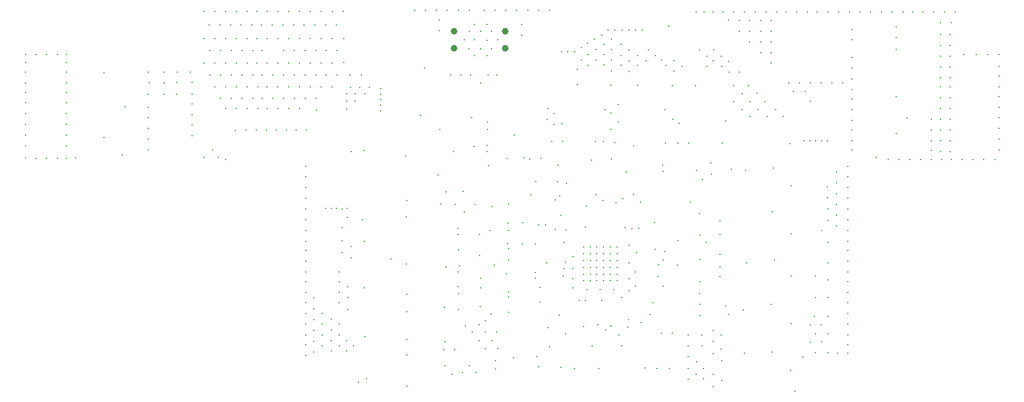
<source format=gbr>
%TF.GenerationSoftware,KiCad,Pcbnew,8.0.2*%
%TF.CreationDate,2025-02-09T16:12:07+01:00*%
%TF.ProjectId,FT25_AMS_Slave_fr,46543235-5f41-44d5-935f-536c6176655f,rev?*%
%TF.SameCoordinates,Original*%
%TF.FileFunction,Plated,1,4,PTH,Drill*%
%TF.FilePolarity,Positive*%
%FSLAX46Y46*%
G04 Gerber Fmt 4.6, Leading zero omitted, Abs format (unit mm)*
G04 Created by KiCad (PCBNEW 8.0.2) date 2025-02-09 16:12:07*
%MOMM*%
%LPD*%
G01*
G04 APERTURE LIST*
%TA.AperFunction,ViaDrill*%
%ADD10C,0.300000*%
%TD*%
%TA.AperFunction,ComponentDrill*%
%ADD11C,0.300000*%
%TD*%
%TA.AperFunction,ComponentDrill*%
%ADD12C,1.000000*%
%TD*%
G04 APERTURE END LIST*
D10*
X65250000Y-96200000D03*
X65300000Y-82600000D03*
X65300000Y-83750000D03*
X65300000Y-85200000D03*
X65300000Y-86800000D03*
X65300000Y-88200000D03*
X65300000Y-89800000D03*
X65300000Y-91400000D03*
X65300000Y-93000000D03*
X65300000Y-94600000D03*
X65300000Y-98000000D03*
X66800000Y-82550000D03*
X66800000Y-98050000D03*
X68400000Y-82600000D03*
X68400000Y-98050000D03*
X70000000Y-98050000D03*
X70050000Y-82550000D03*
X71350000Y-82600000D03*
X71400000Y-83750000D03*
X71400000Y-85200000D03*
X71400000Y-86800000D03*
X71400000Y-88200000D03*
X71400000Y-89800000D03*
X71400000Y-91400000D03*
X71400000Y-93000000D03*
X71400000Y-94600000D03*
X71400000Y-96200000D03*
X71400000Y-98050000D03*
X72750000Y-98000000D03*
X77000000Y-85300000D03*
X77000000Y-94900000D03*
X79700000Y-97575000D03*
X80125000Y-90375000D03*
X83600000Y-85200000D03*
X83600000Y-88500000D03*
X83600000Y-90400000D03*
X83600000Y-92000000D03*
X83600000Y-93600000D03*
X83600000Y-95200000D03*
X83600000Y-96800000D03*
X83700000Y-86800000D03*
X85900000Y-85200000D03*
X85900000Y-86800000D03*
X85900000Y-88500000D03*
X87800000Y-86700000D03*
X87800000Y-88500000D03*
X87900000Y-85200000D03*
X89800000Y-85200000D03*
X90100000Y-86700000D03*
X90100000Y-88500000D03*
X90100000Y-89900000D03*
X90100000Y-91500000D03*
X90100000Y-93100000D03*
X90100000Y-94700000D03*
X91900000Y-76100000D03*
X91900000Y-80200000D03*
X91900000Y-83800000D03*
X91900000Y-97900000D03*
X92600000Y-78200000D03*
X92700000Y-82000000D03*
X92700000Y-85600000D03*
X93100000Y-96800000D03*
X93500000Y-76100000D03*
X93500000Y-80200000D03*
X93500000Y-83800000D03*
X93500000Y-87400000D03*
X94000000Y-97900000D03*
X94200000Y-78200000D03*
X94300000Y-82000000D03*
X94300000Y-85600000D03*
X94300000Y-89100000D03*
X95100000Y-76100000D03*
X95100000Y-80200000D03*
X95100000Y-83800000D03*
X95100000Y-87400000D03*
X95100000Y-90600000D03*
X95100000Y-98200000D03*
X95800000Y-78200000D03*
X95900000Y-82000000D03*
X95900000Y-85600000D03*
X95900000Y-89100000D03*
X96550000Y-93900000D03*
X96700000Y-76100000D03*
X96700000Y-80200000D03*
X96700000Y-83800000D03*
X96700000Y-87400000D03*
X96700000Y-90600000D03*
X97400000Y-78200000D03*
X97500000Y-82000000D03*
X97500000Y-85600000D03*
X97500000Y-89100000D03*
X98100000Y-93850000D03*
X98300000Y-76100000D03*
X98300000Y-80200000D03*
X98300000Y-83800000D03*
X98300000Y-87400000D03*
X98300000Y-90600000D03*
X99000000Y-78200000D03*
X99100000Y-82000000D03*
X99100000Y-85600000D03*
X99100000Y-89100000D03*
X99650000Y-93850000D03*
X99700000Y-76100000D03*
X99700000Y-80200000D03*
X99700000Y-83800000D03*
X99900000Y-87400000D03*
X99900000Y-90600000D03*
X100400000Y-78200000D03*
X100500000Y-82000000D03*
X100500000Y-85600000D03*
X100500000Y-89100000D03*
X101150000Y-93850000D03*
X101300000Y-76100000D03*
X101300000Y-80200000D03*
X101300000Y-83800000D03*
X101300000Y-87400000D03*
X101300000Y-90600000D03*
X102000000Y-78200000D03*
X102100000Y-85600000D03*
X102100000Y-89100000D03*
X102600000Y-93800000D03*
X102900000Y-76100000D03*
X102900000Y-80200000D03*
X102900000Y-83800000D03*
X102900000Y-87400000D03*
X102900000Y-90600000D03*
X103600000Y-78200000D03*
X103700000Y-82000000D03*
X103700000Y-85600000D03*
X103700000Y-89100000D03*
X104150000Y-93800000D03*
X104500000Y-76100000D03*
X104500000Y-80200000D03*
X104500000Y-83800000D03*
X104500000Y-87400000D03*
X104500000Y-90600000D03*
X105200000Y-78200000D03*
X105300000Y-82000000D03*
X105300000Y-85600000D03*
X105300000Y-89100000D03*
X105600000Y-93850000D03*
X106100000Y-76100000D03*
X106100000Y-80200000D03*
X106100000Y-83800000D03*
X106100000Y-87400000D03*
X106100000Y-90600000D03*
X106800000Y-78200000D03*
X106900000Y-82000000D03*
X106900000Y-85600000D03*
X106900000Y-89100000D03*
X107000000Y-99200000D03*
X107000000Y-100800000D03*
X107000000Y-102400000D03*
X107000000Y-104000000D03*
X107000000Y-105600000D03*
X107000000Y-107200000D03*
X107000000Y-108800000D03*
X107000000Y-110400000D03*
X107000000Y-111800000D03*
X107000000Y-113400000D03*
X107000000Y-115000000D03*
X107000000Y-116400000D03*
X107000000Y-118000000D03*
X107000000Y-119600000D03*
X107000000Y-121200000D03*
X107000000Y-122800000D03*
X107000000Y-124400000D03*
X107000000Y-125800000D03*
X107000000Y-127400000D03*
X107100000Y-93850000D03*
X107700000Y-76100000D03*
X107700000Y-80200000D03*
X107700000Y-83800000D03*
X107700000Y-87400000D03*
X108200000Y-118900000D03*
X108200000Y-120500000D03*
X108200000Y-122100000D03*
X108200000Y-123700000D03*
X108200000Y-125300000D03*
X108200000Y-126900000D03*
X108400000Y-78200000D03*
X108500000Y-82000000D03*
X108500000Y-85600000D03*
X108500000Y-89100000D03*
X108650000Y-90900000D03*
X109300000Y-76100000D03*
X109300000Y-80200000D03*
X109300000Y-83800000D03*
X109300000Y-87400000D03*
X109500000Y-121200000D03*
X109500000Y-122800000D03*
X109500000Y-124400000D03*
X109500000Y-126000000D03*
X110000000Y-78200000D03*
X110000000Y-105500000D03*
X110100000Y-82000000D03*
X110100000Y-85600000D03*
X110800000Y-105500000D03*
X110800000Y-122000000D03*
X110800000Y-123600000D03*
X110800000Y-125200000D03*
X110800000Y-126800000D03*
X110900000Y-80200000D03*
X110900000Y-83800000D03*
X110900000Y-87400000D03*
X111000000Y-76100000D03*
X111600000Y-78200000D03*
X111600000Y-105500000D03*
X111700000Y-82000000D03*
X111700000Y-85600000D03*
X112000000Y-115000000D03*
X112000000Y-116400000D03*
X112000000Y-118000000D03*
X112000000Y-119600000D03*
X112000000Y-122800000D03*
X112000000Y-124400000D03*
X112000000Y-126000000D03*
X112398231Y-105553215D03*
X112400000Y-108400000D03*
X112400000Y-110300000D03*
X112400000Y-112100000D03*
X112600000Y-76100000D03*
X112650000Y-80200000D03*
X112700000Y-83750000D03*
X113100000Y-88400000D03*
X113100000Y-89500000D03*
X113100000Y-90700000D03*
X113100000Y-125200000D03*
X113100000Y-126800000D03*
X113200000Y-105500000D03*
X113200000Y-106900000D03*
X113300000Y-117200000D03*
X113300000Y-118800000D03*
X113300000Y-120600000D03*
X113600000Y-85600000D03*
X113700000Y-87500000D03*
X113800000Y-97000000D03*
X113800000Y-111200000D03*
X113800000Y-112900000D03*
X114100000Y-126000000D03*
X114400000Y-88400000D03*
X114400000Y-89500000D03*
X114900000Y-131400000D03*
X115100000Y-87500000D03*
X115350000Y-85600000D03*
X115500000Y-107200000D03*
X115700000Y-96900000D03*
X115700000Y-110400000D03*
X115700000Y-117400000D03*
X115800000Y-88400000D03*
X115800000Y-124600000D03*
X116100000Y-130900000D03*
X116500000Y-87475000D03*
X118150000Y-88449997D03*
X118150002Y-87649994D03*
X118150008Y-89286922D03*
X118200000Y-90950000D03*
X118200002Y-90136399D03*
X119750000Y-113050000D03*
X121950000Y-97750000D03*
X122000000Y-106800000D03*
X122005648Y-113775000D03*
X122062500Y-104337500D03*
X122093750Y-131993750D03*
X122100000Y-118300000D03*
X122100000Y-120887499D03*
X122100000Y-127387500D03*
X122125000Y-125075000D03*
X123300000Y-76000000D03*
X124100000Y-91600000D03*
X124675000Y-84575000D03*
X124900000Y-76000000D03*
X126500000Y-76000000D03*
X126750000Y-100550000D03*
X126900000Y-77400000D03*
X126900000Y-79000000D03*
X127000000Y-93700000D03*
X127200000Y-104850000D03*
X127600000Y-126600000D03*
X127700000Y-120200000D03*
X127800000Y-125400000D03*
X127800000Y-129000000D03*
X127900000Y-103050000D03*
X127937500Y-114237500D03*
X128100000Y-76000000D03*
X128600000Y-85600000D03*
X128800000Y-130200000D03*
X129000000Y-97000000D03*
X129200000Y-126600000D03*
X129300000Y-104900000D03*
X129700000Y-108500000D03*
X129700000Y-115025000D03*
X129700000Y-117200000D03*
X129719277Y-109375000D03*
X129750000Y-120600000D03*
X129800000Y-76000000D03*
X129800000Y-111725000D03*
X129800000Y-118225000D03*
X129937500Y-114100000D03*
X130100000Y-85600000D03*
X130400000Y-130000000D03*
X130500000Y-103000000D03*
X130600000Y-80350000D03*
X130600000Y-106000000D03*
X130800000Y-123000000D03*
X131300000Y-81700000D03*
X131400000Y-76000000D03*
X131400000Y-79100000D03*
X131400000Y-129000000D03*
X131600000Y-85600000D03*
X131700000Y-92000000D03*
X131800000Y-124000000D03*
X132050000Y-96250000D03*
X132200000Y-78100000D03*
X132200000Y-80350000D03*
X132200000Y-82700000D03*
X132250000Y-104900000D03*
X132400000Y-130000000D03*
X132800000Y-122900000D03*
X132800000Y-125200000D03*
X132886578Y-109422910D03*
X132926573Y-112501573D03*
X133050000Y-120175000D03*
X133098428Y-115925000D03*
X133098428Y-117325000D03*
X133100000Y-79100000D03*
X133100000Y-81700000D03*
X133100000Y-86800000D03*
X133600000Y-76000000D03*
X133800000Y-122250000D03*
X133800000Y-124000000D03*
X133800000Y-126400000D03*
X134000000Y-78100000D03*
X134000000Y-80450000D03*
X134000000Y-96150000D03*
X134050000Y-82700000D03*
X134050000Y-97000000D03*
X134100000Y-92625000D03*
X134100000Y-93700000D03*
X134200000Y-85600000D03*
X134300000Y-99150000D03*
X134475000Y-108800000D03*
X134650000Y-121250000D03*
X134700000Y-79100000D03*
X134700000Y-81700000D03*
X134800000Y-105250000D03*
X134800000Y-125200000D03*
X135087500Y-113987500D03*
X135200000Y-76000000D03*
X135262500Y-129475000D03*
X135275000Y-128175000D03*
X135450000Y-124000000D03*
X135500000Y-85600000D03*
X135600000Y-80350000D03*
X135600000Y-126400000D03*
X136800000Y-76000000D03*
X136925000Y-115225000D03*
X137000000Y-98050000D03*
X137033058Y-110766942D03*
X137187500Y-107712500D03*
X137200000Y-108850000D03*
X137200000Y-117925000D03*
X137226393Y-118735045D03*
X137250000Y-104800000D03*
X137250000Y-111550000D03*
X137250000Y-113250000D03*
X137250000Y-121000000D03*
X138000000Y-127800000D03*
X138097336Y-94603306D03*
X138400000Y-76000000D03*
X139200000Y-78100000D03*
X139200000Y-79700000D03*
X139300000Y-110825000D03*
X139350000Y-107600000D03*
X139500000Y-98000000D03*
X140100000Y-76000000D03*
X140400000Y-98100000D03*
X140533058Y-103516942D03*
X141200000Y-115100000D03*
X141200000Y-115925000D03*
X141250000Y-110850000D03*
X141300000Y-101500000D03*
X141462500Y-127637500D03*
X141700000Y-76000000D03*
X141700000Y-129100000D03*
X141737500Y-107962500D03*
X141900000Y-117300000D03*
X141937500Y-119487500D03*
X142100000Y-98050000D03*
X142763364Y-107936636D03*
X142890838Y-113634162D03*
X143000000Y-92200000D03*
X143050000Y-123300000D03*
X143100000Y-90600000D03*
X143300000Y-76000000D03*
X143300000Y-126189613D03*
X143700000Y-95500000D03*
X144000000Y-91400000D03*
X144000000Y-93000000D03*
X144200000Y-104275000D03*
X144200000Y-108600000D03*
X144503125Y-101509375D03*
X144600000Y-99100000D03*
X144770558Y-121445558D03*
X144900000Y-103675000D03*
X145000000Y-106500000D03*
X145000000Y-129200000D03*
X145100000Y-82175000D03*
X145200000Y-92900000D03*
X145300000Y-95500000D03*
X145400000Y-115550000D03*
X145457959Y-114474793D03*
X145500000Y-110600000D03*
X145671402Y-113510807D03*
X145700000Y-124200000D03*
X145757955Y-108742045D03*
X145900000Y-101800000D03*
X146050000Y-82175000D03*
X146800000Y-112700000D03*
X146800000Y-114500000D03*
X146800000Y-116000000D03*
X146800000Y-117400000D03*
X147075000Y-82175000D03*
X147100000Y-129400000D03*
X147500000Y-84800000D03*
X147500000Y-87050000D03*
X147700000Y-119200000D03*
X148050000Y-81550000D03*
X148100000Y-83400000D03*
X148400000Y-123100000D03*
X148650000Y-108325000D03*
X148700000Y-119200000D03*
X148816942Y-105133058D03*
X148900000Y-117650000D03*
X149050000Y-80900000D03*
X149100000Y-82600000D03*
X149100000Y-84200000D03*
X149600000Y-98300000D03*
X149725000Y-126000000D03*
X150050000Y-80275000D03*
X150200000Y-95500000D03*
X150274157Y-103490272D03*
X150300000Y-81800000D03*
X150300000Y-83400000D03*
X150535140Y-122900000D03*
X150700000Y-129400000D03*
X150900000Y-117650000D03*
X151100000Y-79650000D03*
X151150000Y-119200000D03*
X151327360Y-104347640D03*
X151400000Y-95500000D03*
X151500000Y-81000000D03*
X151500000Y-82600000D03*
X151500000Y-84100000D03*
X151600000Y-90800000D03*
X151700000Y-123600000D03*
X152100000Y-78950000D03*
X152495558Y-122995558D03*
X152500000Y-87150000D03*
X152500000Y-91300000D03*
X152500000Y-93700000D03*
X152600000Y-80300000D03*
X152600000Y-81800000D03*
X152600000Y-83400000D03*
X152600000Y-85000000D03*
X152600000Y-98150000D03*
X152900000Y-117650000D03*
X153050000Y-78950000D03*
X153100000Y-95700000D03*
X153275000Y-104700000D03*
X153600000Y-90000000D03*
X153600000Y-92600000D03*
X153700000Y-124400000D03*
X154000000Y-81000000D03*
X154000000Y-82700000D03*
X154000000Y-84200000D03*
X154050000Y-118800000D03*
X154100000Y-126000000D03*
X154150000Y-78900000D03*
X154300000Y-104100000D03*
X154600000Y-108400000D03*
X154800000Y-100100000D03*
X155000000Y-123200000D03*
X155100000Y-122100000D03*
X155200000Y-78900000D03*
X155200000Y-81900000D03*
X155200000Y-83500000D03*
X155200000Y-85100000D03*
X155200000Y-111000000D03*
X155200000Y-113600000D03*
X155200000Y-116000000D03*
X155200000Y-117800000D03*
X155575000Y-108575000D03*
X155900000Y-96200000D03*
X155900000Y-103400000D03*
X156100000Y-115000000D03*
X156100000Y-117100000D03*
X156150000Y-78900000D03*
X156300000Y-112100000D03*
X156500000Y-82700000D03*
X156500000Y-84200000D03*
X156500000Y-87100000D03*
X156616942Y-108466942D03*
X156882506Y-104533610D03*
X157000000Y-122500000D03*
X157100000Y-78900000D03*
X157575000Y-129300000D03*
X157700000Y-83500000D03*
X158050000Y-81900000D03*
X158300000Y-121300000D03*
X158750000Y-119550000D03*
X159000000Y-107600000D03*
X159100000Y-82700000D03*
X159106422Y-111590153D03*
X159312500Y-129412500D03*
X159500000Y-115675000D03*
X159600000Y-113875000D03*
X160000000Y-124100000D03*
X160050000Y-83450000D03*
X160200000Y-99100000D03*
X160300000Y-100008058D03*
X160300000Y-113200000D03*
X160300000Y-117100000D03*
X160500000Y-90750000D03*
X160550000Y-111950000D03*
X160600000Y-95800000D03*
X160700000Y-84200000D03*
X161100000Y-78350000D03*
X161200000Y-129400000D03*
X161600000Y-87200000D03*
X161600000Y-124100000D03*
X161700000Y-92200000D03*
X161900000Y-83500000D03*
X161900000Y-85000000D03*
X162400000Y-114000000D03*
X162475002Y-110362370D03*
X162500000Y-95800000D03*
X162600000Y-92800000D03*
X163100000Y-84300000D03*
X164000000Y-124400000D03*
X164000000Y-126000000D03*
X164000000Y-127600000D03*
X164000000Y-129400000D03*
X164000000Y-131000000D03*
X164100000Y-95800000D03*
X164312500Y-104612500D03*
X165100000Y-87200000D03*
X165200000Y-76200000D03*
X165200000Y-130200000D03*
X165300000Y-99800000D03*
X165300000Y-128400000D03*
X165700000Y-81900000D03*
X165700000Y-106300000D03*
X165700000Y-118200000D03*
X165762500Y-116437500D03*
X165762500Y-119837500D03*
X165800000Y-109500000D03*
X165800000Y-113100000D03*
X165800000Y-121500000D03*
X166000000Y-124400000D03*
X166000000Y-126000000D03*
X166100000Y-101200000D03*
X166300000Y-129400000D03*
X166300000Y-130900000D03*
X166400000Y-76200000D03*
X166700000Y-110600000D03*
X166800000Y-82800000D03*
X166800000Y-84300000D03*
X167400000Y-98750000D03*
X167500000Y-100400000D03*
X167700000Y-76200000D03*
X167700000Y-83500000D03*
X167700000Y-123700000D03*
X167700000Y-125300000D03*
X167700000Y-127200000D03*
X167700000Y-130200000D03*
X167700000Y-132100000D03*
X167800000Y-81900000D03*
X168700000Y-107400000D03*
X168700000Y-109400000D03*
X168700000Y-112400000D03*
X168700000Y-114200000D03*
X168700000Y-115700000D03*
X168900000Y-82800000D03*
X168900000Y-124400000D03*
X168900000Y-126500000D03*
X169000000Y-84300000D03*
X169000000Y-128200000D03*
X169000000Y-131200000D03*
X169100000Y-95800000D03*
X169200000Y-76200000D03*
X169600000Y-92500000D03*
X169600000Y-120050000D03*
X170000000Y-77400000D03*
X170000000Y-83600000D03*
X170000000Y-121300000D03*
X170100000Y-85200000D03*
X170400000Y-99700000D03*
X170800000Y-76200000D03*
X170800000Y-87200000D03*
X170800000Y-89600000D03*
X171600000Y-77500000D03*
X171600000Y-79100000D03*
X171600000Y-85200000D03*
X172000000Y-88400000D03*
X172000000Y-90800000D03*
X172212500Y-120700000D03*
X172400000Y-76200000D03*
X172412500Y-127100000D03*
X172525000Y-99800000D03*
X172700000Y-113600000D03*
X173000000Y-87200000D03*
X173100000Y-77500000D03*
X173100000Y-79100000D03*
X173100000Y-80700000D03*
X173200000Y-89600000D03*
X173200000Y-91800000D03*
X174000000Y-76200000D03*
X174200000Y-88300000D03*
X174400000Y-90800000D03*
X174800000Y-77500000D03*
X174800000Y-79100000D03*
X174800000Y-80700000D03*
X174800000Y-82300000D03*
X175400000Y-89600000D03*
X175600000Y-76200000D03*
X175800000Y-91800000D03*
X176400000Y-77500000D03*
X176400000Y-79100000D03*
X176400000Y-80700000D03*
X176400000Y-82300000D03*
X176400000Y-83800000D03*
X176400000Y-119800000D03*
X176500000Y-106000000D03*
X176500000Y-126900000D03*
X176675000Y-99525000D03*
X176900000Y-113200000D03*
X177000000Y-90800000D03*
X177200000Y-76200000D03*
X178100000Y-91800000D03*
X178600000Y-76200000D03*
X179000000Y-86800000D03*
X179187500Y-95837500D03*
X179200000Y-129600000D03*
X179300000Y-115600000D03*
X179300000Y-122700000D03*
X179325000Y-102100000D03*
X179325000Y-109350000D03*
X179700000Y-88100000D03*
X179900000Y-132800000D03*
X180200000Y-76200000D03*
X180600000Y-86800000D03*
X181100000Y-127700000D03*
X181308038Y-95413137D03*
X181400000Y-88100000D03*
X181800000Y-76200000D03*
X182107931Y-95399868D03*
X182200000Y-86800000D03*
X182200000Y-89500000D03*
X182200000Y-122900000D03*
X182200000Y-125500000D03*
X182800000Y-121600000D03*
X183000000Y-95400000D03*
X183000000Y-115600000D03*
X183000000Y-118800000D03*
X183000000Y-124200000D03*
X183000000Y-127000000D03*
X183200000Y-76200000D03*
X183800000Y-86800000D03*
X183800000Y-122900000D03*
X183900000Y-95400000D03*
X183900000Y-108800000D03*
X183900000Y-125400000D03*
X184700000Y-95400000D03*
X184700000Y-102300000D03*
X184700000Y-103900000D03*
X184800000Y-76200000D03*
X184800000Y-105600000D03*
X184800000Y-107300000D03*
X184800000Y-110600000D03*
X184800000Y-113600000D03*
X184800000Y-116200000D03*
X184800000Y-118800000D03*
X184800000Y-121600000D03*
X184800000Y-124200000D03*
X184800000Y-127000000D03*
X185400000Y-86800000D03*
X186100000Y-100100000D03*
X186100000Y-101700000D03*
X186100000Y-103300000D03*
X186100000Y-104900000D03*
X186100000Y-106500000D03*
X186100000Y-108100000D03*
X186300000Y-127100000D03*
X186400000Y-76200000D03*
X187000000Y-86800000D03*
X187800000Y-99200000D03*
X187800000Y-100800000D03*
X187800000Y-102400000D03*
X187800000Y-104000000D03*
X187800000Y-105600000D03*
X187800000Y-107200000D03*
X187800000Y-108800000D03*
X187800000Y-110400000D03*
X187800000Y-111800000D03*
X187800000Y-113400000D03*
X187800000Y-115000000D03*
X187800000Y-116400000D03*
X187800000Y-118000000D03*
X187800000Y-119600000D03*
X187800000Y-121200000D03*
X187800000Y-122800000D03*
X187800000Y-124400000D03*
X187800000Y-125800000D03*
X187800000Y-127100000D03*
X188000000Y-76200000D03*
X188400000Y-78800000D03*
X188400000Y-80400000D03*
X188400000Y-83000000D03*
X188400000Y-84600000D03*
X188400000Y-86200000D03*
X188400000Y-87800000D03*
X188400000Y-89200000D03*
X188400000Y-90800000D03*
X188400000Y-92400000D03*
X188400000Y-93800000D03*
X188400000Y-95400000D03*
X188400000Y-96800000D03*
X189600000Y-76200000D03*
X191200000Y-76200000D03*
X192000000Y-97900000D03*
X192800000Y-76200000D03*
X193800000Y-98200000D03*
X194400000Y-76200000D03*
X195000000Y-78400000D03*
X195000000Y-80000000D03*
X195000000Y-81800000D03*
X195000000Y-88800000D03*
X195000000Y-94350000D03*
X195400000Y-98200000D03*
X196000000Y-76200000D03*
X196600000Y-92050000D03*
X197000000Y-98200000D03*
X197400000Y-76200000D03*
X198600000Y-98200000D03*
X199000000Y-76200000D03*
X200200000Y-92200000D03*
X200200000Y-93800000D03*
X200200000Y-95400000D03*
X200200000Y-96900000D03*
X200200000Y-98200000D03*
X200600000Y-76200000D03*
X201600000Y-77800000D03*
X201600000Y-79600000D03*
X201600000Y-81200000D03*
X201600000Y-82800000D03*
X201600000Y-84400000D03*
X201600000Y-86000000D03*
X201600000Y-87400000D03*
X201600000Y-89000000D03*
X201600000Y-90600000D03*
X201600000Y-92200000D03*
X201600000Y-93800000D03*
X201600000Y-95400000D03*
X201600000Y-97000000D03*
X201800000Y-98200000D03*
X202200000Y-76200000D03*
X203000000Y-79600000D03*
X203000000Y-81200000D03*
X203000000Y-82800000D03*
X203000000Y-84400000D03*
X203000000Y-86000000D03*
X203000000Y-87400000D03*
X203000000Y-89000000D03*
X203000000Y-90600000D03*
X203000000Y-92200000D03*
X203000000Y-93800000D03*
X203000000Y-95400000D03*
X203000000Y-97000000D03*
X203200000Y-77800000D03*
X203200000Y-98200000D03*
X203800000Y-76200000D03*
X204800000Y-98200000D03*
X205100000Y-82600000D03*
X206400000Y-98200000D03*
X206900000Y-82600000D03*
X208000000Y-98200000D03*
X208600000Y-82600000D03*
X209700000Y-98200000D03*
X210300000Y-82600000D03*
X210300000Y-84300000D03*
X210300000Y-85800000D03*
X210300000Y-87400000D03*
X210300000Y-88800000D03*
X210300000Y-90400000D03*
X210300000Y-92000000D03*
X210300000Y-93600000D03*
X210300000Y-95200000D03*
X210300000Y-96800000D03*
D11*
%TO.C,U1*%
X148400000Y-111300000D03*
X148400000Y-112300000D03*
X148400000Y-113300000D03*
X148400000Y-114300000D03*
X148400000Y-115300000D03*
X148400000Y-116300000D03*
X149400000Y-111300000D03*
X149400000Y-112300000D03*
X149400000Y-113300000D03*
X149400000Y-114300000D03*
X149400000Y-115300000D03*
X149400000Y-116300000D03*
X150400000Y-111300000D03*
X150400000Y-112300000D03*
X150400000Y-113300000D03*
X150400000Y-114300000D03*
X150400000Y-115300000D03*
X150400000Y-116300000D03*
X151400000Y-111300000D03*
X151400000Y-112300000D03*
X151400000Y-113300000D03*
X151400000Y-114300000D03*
X151400000Y-115300000D03*
X151400000Y-116300000D03*
X152400000Y-111300000D03*
X152400000Y-112300000D03*
X152400000Y-113300000D03*
X152400000Y-114300000D03*
X152400000Y-115300000D03*
X152400000Y-116300000D03*
X153400000Y-111300000D03*
X153400000Y-112300000D03*
X153400000Y-113300000D03*
X153400000Y-114300000D03*
X153400000Y-115300000D03*
X153400000Y-116300000D03*
D12*
%TO.C,S101*%
X129140000Y-79080000D03*
X129140000Y-81620000D03*
X136760000Y-79080000D03*
X136760000Y-81620000D03*
M02*

</source>
